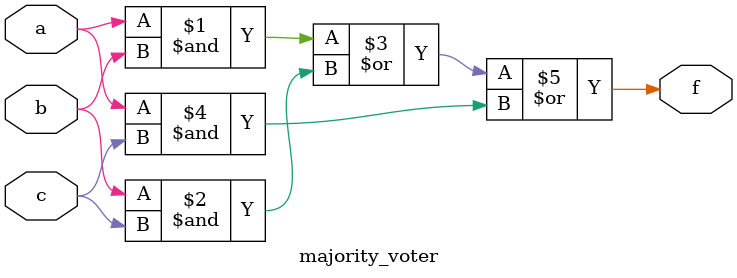
<source format=v>
module majority_voter (
    input a,
    input b,
    input c,
    output f
);

    //assigns 1 if & of any two inputs are 1
    assign f = (a & b) | (b & c) | (a & c);

endmodule
</source>
